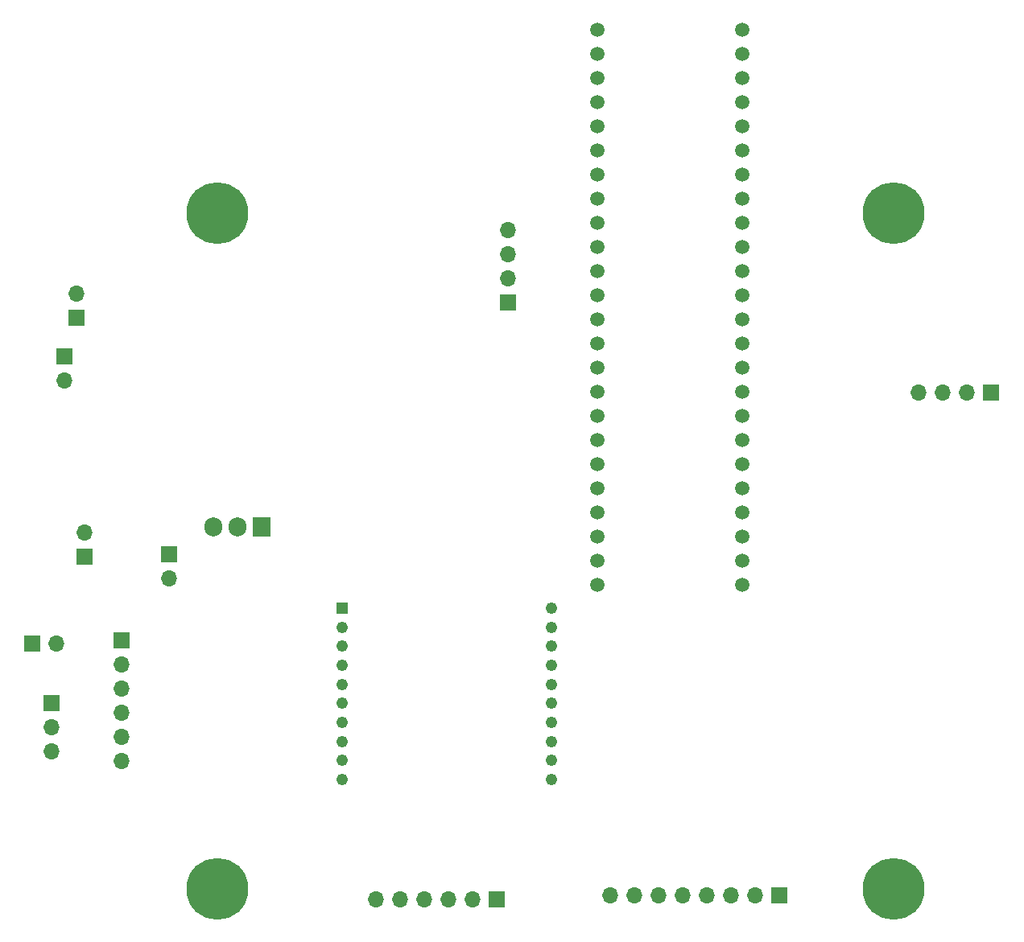
<source format=gbr>
%TF.GenerationSoftware,KiCad,Pcbnew,7.0.10*%
%TF.CreationDate,2024-03-10T23:32:19-04:00*%
%TF.ProjectId,MainPCB,4d61696e-5043-4422-9e6b-696361645f70,rev?*%
%TF.SameCoordinates,Original*%
%TF.FileFunction,Soldermask,Bot*%
%TF.FilePolarity,Negative*%
%FSLAX46Y46*%
G04 Gerber Fmt 4.6, Leading zero omitted, Abs format (unit mm)*
G04 Created by KiCad (PCBNEW 7.0.10) date 2024-03-10 23:32:19*
%MOMM*%
%LPD*%
G01*
G04 APERTURE LIST*
G04 Aperture macros list*
%AMRoundRect*
0 Rectangle with rounded corners*
0 $1 Rounding radius*
0 $2 $3 $4 $5 $6 $7 $8 $9 X,Y pos of 4 corners*
0 Add a 4 corners polygon primitive as box body*
4,1,4,$2,$3,$4,$5,$6,$7,$8,$9,$2,$3,0*
0 Add four circle primitives for the rounded corners*
1,1,$1+$1,$2,$3*
1,1,$1+$1,$4,$5*
1,1,$1+$1,$6,$7*
1,1,$1+$1,$8,$9*
0 Add four rect primitives between the rounded corners*
20,1,$1+$1,$2,$3,$4,$5,0*
20,1,$1+$1,$4,$5,$6,$7,0*
20,1,$1+$1,$6,$7,$8,$9,0*
20,1,$1+$1,$8,$9,$2,$3,0*%
G04 Aperture macros list end*
%ADD10R,1.700000X1.700000*%
%ADD11O,1.700000X1.700000*%
%ADD12C,1.512000*%
%ADD13C,6.500000*%
%ADD14R,1.905000X2.000000*%
%ADD15O,1.905000X2.000000*%
%ADD16C,1.212000*%
%ADD17RoundRect,0.102000X-0.504000X-0.504000X0.504000X-0.504000X0.504000X0.504000X-0.504000X0.504000X0*%
G04 APERTURE END LIST*
D10*
%TO.C,Buzzer1*%
X44960000Y-109750000D03*
D11*
X47500000Y-109750000D03*
%TD*%
%TO.C,ASPD-4525*%
X54300000Y-122090000D03*
X54300000Y-119550000D03*
X54300000Y-117010000D03*
X54300000Y-114470000D03*
X54300000Y-111930000D03*
D10*
X54300000Y-109390000D03*
%TD*%
D12*
%TO.C,TEENSY1*%
X104360000Y-47680000D03*
X104360000Y-50220000D03*
X104360000Y-52760000D03*
X104360000Y-55300000D03*
X104360000Y-80700000D03*
X119600000Y-50220000D03*
X104360000Y-57840000D03*
X104360000Y-60380000D03*
X104360000Y-62920000D03*
X104360000Y-65460000D03*
X104360000Y-68000000D03*
X104360000Y-70540000D03*
X104360000Y-73080000D03*
X104360000Y-75620000D03*
X104360000Y-78160000D03*
X119600000Y-78160000D03*
X119600000Y-75620000D03*
X119600000Y-73080000D03*
X119600000Y-70540000D03*
X119600000Y-68000000D03*
X119600000Y-65460000D03*
X119600000Y-62920000D03*
X119600000Y-60380000D03*
X119600000Y-57840000D03*
X119600000Y-55300000D03*
X119600000Y-52760000D03*
X104360000Y-83240000D03*
X104360000Y-85780000D03*
X104360000Y-88320000D03*
X104360000Y-90860000D03*
X104360000Y-93400000D03*
X104360000Y-95940000D03*
X104360000Y-98480000D03*
X104360000Y-101020000D03*
X104360000Y-103560000D03*
X119600000Y-103560000D03*
X119600000Y-101020000D03*
X119600000Y-98480000D03*
X119600000Y-95940000D03*
X119600000Y-93400000D03*
X119600000Y-90860000D03*
X119600000Y-88320000D03*
X119600000Y-85780000D03*
X119600000Y-83240000D03*
X104360000Y-45140000D03*
X119600000Y-80700000D03*
X119600000Y-47680000D03*
X119600000Y-45140000D03*
%TD*%
D13*
%TO.C,REF\u002A\u002A*%
X64444500Y-135555000D03*
%TD*%
D11*
%TO.C,Solenoid1*%
X59309000Y-102870000D03*
D10*
X59309000Y-100330000D03*
%TD*%
D13*
%TO.C,REF\u002A\u002A*%
X135550000Y-135550000D03*
%TD*%
D10*
%TO.C,GPS6MV2*%
X145810000Y-83325000D03*
D11*
X143270000Y-83325000D03*
X140730000Y-83325000D03*
X138190000Y-83325000D03*
%TD*%
D10*
%TO.C,Servo1*%
X47000000Y-116010000D03*
D11*
X47000000Y-118550000D03*
X47000000Y-121090000D03*
%TD*%
D10*
%TO.C,BMP390*%
X123490000Y-136220000D03*
D11*
X120950000Y-136220000D03*
X118410000Y-136220000D03*
X115870000Y-136220000D03*
X113330000Y-136220000D03*
X110790000Y-136220000D03*
X108250000Y-136220000D03*
X105710000Y-136220000D03*
%TD*%
D13*
%TO.C,REF\u002A\u002A*%
X64444500Y-64444500D03*
%TD*%
D10*
%TO.C,LSM6DSOX+LIS3MDL1*%
X93750000Y-136700000D03*
D11*
X91210000Y-136700000D03*
X88670000Y-136700000D03*
X86130000Y-136700000D03*
X83590000Y-136700000D03*
X81050000Y-136700000D03*
%TD*%
D14*
%TO.C,Q1*%
X69100000Y-97450000D03*
D15*
X66560000Y-97450000D03*
X64020000Y-97450000D03*
%TD*%
D13*
%TO.C,REF\u002A\u002A*%
X135555000Y-64444500D03*
%TD*%
D16*
%TO.C,XBEE1*%
X99500000Y-106050000D03*
X99500000Y-108050000D03*
X99500000Y-110050000D03*
X99500000Y-112050000D03*
X99500000Y-114050000D03*
X99500000Y-116050000D03*
X99500000Y-118050000D03*
X99500000Y-120050000D03*
X99500000Y-122050000D03*
X99500000Y-124050000D03*
X77500000Y-124050000D03*
X77500000Y-122050000D03*
X77500000Y-120050000D03*
X77500000Y-118050000D03*
X77500000Y-116050000D03*
X77500000Y-114050000D03*
X77500000Y-112050000D03*
X77500000Y-110050000D03*
X77500000Y-108050000D03*
D17*
X77500000Y-106050000D03*
%TD*%
D10*
%TO.C,SW1*%
X48285000Y-79522000D03*
D11*
X48285000Y-82062000D03*
%TD*%
D10*
%TO.C,D1*%
X50450000Y-100600000D03*
D11*
X50450000Y-98060000D03*
%TD*%
D10*
%TO.C,Power1*%
X49555000Y-75458000D03*
D11*
X49555000Y-72918000D03*
%TD*%
D10*
%TO.C,SEN291*%
X94932500Y-73880500D03*
D11*
X94932500Y-71340500D03*
X94932500Y-68800500D03*
X94932500Y-66260500D03*
%TD*%
M02*

</source>
